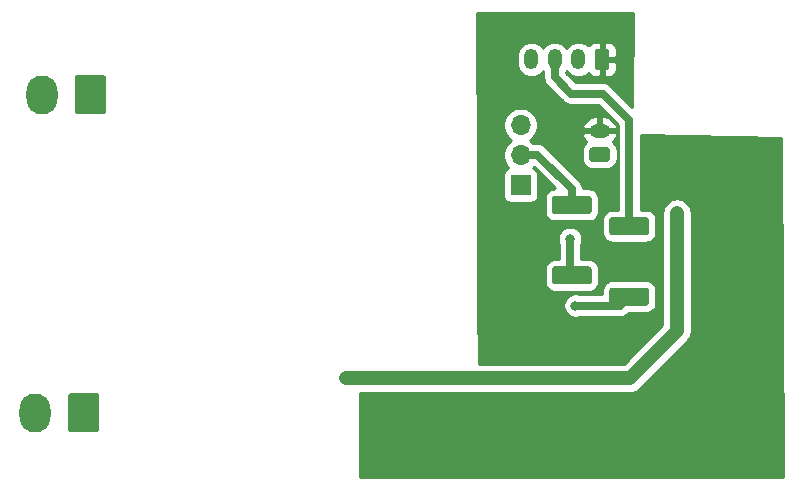
<source format=gbr>
G04 #@! TF.GenerationSoftware,KiCad,Pcbnew,5.1.5-52549c5~84~ubuntu18.04.1*
G04 #@! TF.CreationDate,2020-02-07T13:44:20-05:00*
G04 #@! TF.ProjectId,TSAL,5453414c-2e6b-4696-9361-645f70636258,rev?*
G04 #@! TF.SameCoordinates,Original*
G04 #@! TF.FileFunction,Copper,L2,Bot*
G04 #@! TF.FilePolarity,Positive*
%FSLAX46Y46*%
G04 Gerber Fmt 4.6, Leading zero omitted, Abs format (unit mm)*
G04 Created by KiCad (PCBNEW 5.1.5-52549c5~84~ubuntu18.04.1) date 2020-02-07 13:44:20*
%MOMM*%
%LPD*%
G04 APERTURE LIST*
%ADD10O,1.700000X1.700000*%
%ADD11R,1.700000X1.700000*%
%ADD12C,0.100000*%
%ADD13O,1.200000X1.750000*%
%ADD14O,1.750000X1.200000*%
%ADD15O,2.640000X3.300000*%
%ADD16C,0.800000*%
%ADD17C,0.650000*%
%ADD18C,1.200000*%
%ADD19C,0.254000*%
G04 APERTURE END LIST*
D10*
X156750000Y-96570000D03*
X156750000Y-99110000D03*
D11*
X156750000Y-101650000D03*
G04 #@! TA.AperFunction,SMDPad,CuDef*
D12*
G36*
X167399505Y-110326204D02*
G01*
X167423773Y-110329804D01*
X167447572Y-110335765D01*
X167470671Y-110344030D01*
X167492850Y-110354520D01*
X167513893Y-110367132D01*
X167533599Y-110381747D01*
X167551777Y-110398223D01*
X167568253Y-110416401D01*
X167582868Y-110436107D01*
X167595480Y-110457150D01*
X167605970Y-110479329D01*
X167614235Y-110502428D01*
X167620196Y-110526227D01*
X167623796Y-110550495D01*
X167625000Y-110574999D01*
X167625000Y-111600001D01*
X167623796Y-111624505D01*
X167620196Y-111648773D01*
X167614235Y-111672572D01*
X167605970Y-111695671D01*
X167595480Y-111717850D01*
X167582868Y-111738893D01*
X167568253Y-111758599D01*
X167551777Y-111776777D01*
X167533599Y-111793253D01*
X167513893Y-111807868D01*
X167492850Y-111820480D01*
X167470671Y-111830970D01*
X167447572Y-111839235D01*
X167423773Y-111845196D01*
X167399505Y-111848796D01*
X167375001Y-111850000D01*
X164524999Y-111850000D01*
X164500495Y-111848796D01*
X164476227Y-111845196D01*
X164452428Y-111839235D01*
X164429329Y-111830970D01*
X164407150Y-111820480D01*
X164386107Y-111807868D01*
X164366401Y-111793253D01*
X164348223Y-111776777D01*
X164331747Y-111758599D01*
X164317132Y-111738893D01*
X164304520Y-111717850D01*
X164294030Y-111695671D01*
X164285765Y-111672572D01*
X164279804Y-111648773D01*
X164276204Y-111624505D01*
X164275000Y-111600001D01*
X164275000Y-110574999D01*
X164276204Y-110550495D01*
X164279804Y-110526227D01*
X164285765Y-110502428D01*
X164294030Y-110479329D01*
X164304520Y-110457150D01*
X164317132Y-110436107D01*
X164331747Y-110416401D01*
X164348223Y-110398223D01*
X164366401Y-110381747D01*
X164386107Y-110367132D01*
X164407150Y-110354520D01*
X164429329Y-110344030D01*
X164452428Y-110335765D01*
X164476227Y-110329804D01*
X164500495Y-110326204D01*
X164524999Y-110325000D01*
X167375001Y-110325000D01*
X167399505Y-110326204D01*
G37*
G04 #@! TD.AperFunction*
G04 #@! TA.AperFunction,SMDPad,CuDef*
G36*
X167399505Y-104351204D02*
G01*
X167423773Y-104354804D01*
X167447572Y-104360765D01*
X167470671Y-104369030D01*
X167492850Y-104379520D01*
X167513893Y-104392132D01*
X167533599Y-104406747D01*
X167551777Y-104423223D01*
X167568253Y-104441401D01*
X167582868Y-104461107D01*
X167595480Y-104482150D01*
X167605970Y-104504329D01*
X167614235Y-104527428D01*
X167620196Y-104551227D01*
X167623796Y-104575495D01*
X167625000Y-104599999D01*
X167625000Y-105625001D01*
X167623796Y-105649505D01*
X167620196Y-105673773D01*
X167614235Y-105697572D01*
X167605970Y-105720671D01*
X167595480Y-105742850D01*
X167582868Y-105763893D01*
X167568253Y-105783599D01*
X167551777Y-105801777D01*
X167533599Y-105818253D01*
X167513893Y-105832868D01*
X167492850Y-105845480D01*
X167470671Y-105855970D01*
X167447572Y-105864235D01*
X167423773Y-105870196D01*
X167399505Y-105873796D01*
X167375001Y-105875000D01*
X164524999Y-105875000D01*
X164500495Y-105873796D01*
X164476227Y-105870196D01*
X164452428Y-105864235D01*
X164429329Y-105855970D01*
X164407150Y-105845480D01*
X164386107Y-105832868D01*
X164366401Y-105818253D01*
X164348223Y-105801777D01*
X164331747Y-105783599D01*
X164317132Y-105763893D01*
X164304520Y-105742850D01*
X164294030Y-105720671D01*
X164285765Y-105697572D01*
X164279804Y-105673773D01*
X164276204Y-105649505D01*
X164275000Y-105625001D01*
X164275000Y-104599999D01*
X164276204Y-104575495D01*
X164279804Y-104551227D01*
X164285765Y-104527428D01*
X164294030Y-104504329D01*
X164304520Y-104482150D01*
X164317132Y-104461107D01*
X164331747Y-104441401D01*
X164348223Y-104423223D01*
X164366401Y-104406747D01*
X164386107Y-104392132D01*
X164407150Y-104379520D01*
X164429329Y-104369030D01*
X164452428Y-104360765D01*
X164476227Y-104354804D01*
X164500495Y-104351204D01*
X164524999Y-104350000D01*
X167375001Y-104350000D01*
X167399505Y-104351204D01*
G37*
G04 #@! TD.AperFunction*
G04 #@! TA.AperFunction,SMDPad,CuDef*
G36*
X162549505Y-108526204D02*
G01*
X162573773Y-108529804D01*
X162597572Y-108535765D01*
X162620671Y-108544030D01*
X162642850Y-108554520D01*
X162663893Y-108567132D01*
X162683599Y-108581747D01*
X162701777Y-108598223D01*
X162718253Y-108616401D01*
X162732868Y-108636107D01*
X162745480Y-108657150D01*
X162755970Y-108679329D01*
X162764235Y-108702428D01*
X162770196Y-108726227D01*
X162773796Y-108750495D01*
X162775000Y-108774999D01*
X162775000Y-109800001D01*
X162773796Y-109824505D01*
X162770196Y-109848773D01*
X162764235Y-109872572D01*
X162755970Y-109895671D01*
X162745480Y-109917850D01*
X162732868Y-109938893D01*
X162718253Y-109958599D01*
X162701777Y-109976777D01*
X162683599Y-109993253D01*
X162663893Y-110007868D01*
X162642850Y-110020480D01*
X162620671Y-110030970D01*
X162597572Y-110039235D01*
X162573773Y-110045196D01*
X162549505Y-110048796D01*
X162525001Y-110050000D01*
X159674999Y-110050000D01*
X159650495Y-110048796D01*
X159626227Y-110045196D01*
X159602428Y-110039235D01*
X159579329Y-110030970D01*
X159557150Y-110020480D01*
X159536107Y-110007868D01*
X159516401Y-109993253D01*
X159498223Y-109976777D01*
X159481747Y-109958599D01*
X159467132Y-109938893D01*
X159454520Y-109917850D01*
X159444030Y-109895671D01*
X159435765Y-109872572D01*
X159429804Y-109848773D01*
X159426204Y-109824505D01*
X159425000Y-109800001D01*
X159425000Y-108774999D01*
X159426204Y-108750495D01*
X159429804Y-108726227D01*
X159435765Y-108702428D01*
X159444030Y-108679329D01*
X159454520Y-108657150D01*
X159467132Y-108636107D01*
X159481747Y-108616401D01*
X159498223Y-108598223D01*
X159516401Y-108581747D01*
X159536107Y-108567132D01*
X159557150Y-108554520D01*
X159579329Y-108544030D01*
X159602428Y-108535765D01*
X159626227Y-108529804D01*
X159650495Y-108526204D01*
X159674999Y-108525000D01*
X162525001Y-108525000D01*
X162549505Y-108526204D01*
G37*
G04 #@! TD.AperFunction*
G04 #@! TA.AperFunction,SMDPad,CuDef*
G36*
X162549505Y-102551204D02*
G01*
X162573773Y-102554804D01*
X162597572Y-102560765D01*
X162620671Y-102569030D01*
X162642850Y-102579520D01*
X162663893Y-102592132D01*
X162683599Y-102606747D01*
X162701777Y-102623223D01*
X162718253Y-102641401D01*
X162732868Y-102661107D01*
X162745480Y-102682150D01*
X162755970Y-102704329D01*
X162764235Y-102727428D01*
X162770196Y-102751227D01*
X162773796Y-102775495D01*
X162775000Y-102799999D01*
X162775000Y-103825001D01*
X162773796Y-103849505D01*
X162770196Y-103873773D01*
X162764235Y-103897572D01*
X162755970Y-103920671D01*
X162745480Y-103942850D01*
X162732868Y-103963893D01*
X162718253Y-103983599D01*
X162701777Y-104001777D01*
X162683599Y-104018253D01*
X162663893Y-104032868D01*
X162642850Y-104045480D01*
X162620671Y-104055970D01*
X162597572Y-104064235D01*
X162573773Y-104070196D01*
X162549505Y-104073796D01*
X162525001Y-104075000D01*
X159674999Y-104075000D01*
X159650495Y-104073796D01*
X159626227Y-104070196D01*
X159602428Y-104064235D01*
X159579329Y-104055970D01*
X159557150Y-104045480D01*
X159536107Y-104032868D01*
X159516401Y-104018253D01*
X159498223Y-104001777D01*
X159481747Y-103983599D01*
X159467132Y-103963893D01*
X159454520Y-103942850D01*
X159444030Y-103920671D01*
X159435765Y-103897572D01*
X159429804Y-103873773D01*
X159426204Y-103849505D01*
X159425000Y-103825001D01*
X159425000Y-102799999D01*
X159426204Y-102775495D01*
X159429804Y-102751227D01*
X159435765Y-102727428D01*
X159444030Y-102704329D01*
X159454520Y-102682150D01*
X159467132Y-102661107D01*
X159481747Y-102641401D01*
X159498223Y-102623223D01*
X159516401Y-102606747D01*
X159536107Y-102592132D01*
X159557150Y-102579520D01*
X159579329Y-102569030D01*
X159602428Y-102560765D01*
X159626227Y-102554804D01*
X159650495Y-102551204D01*
X159674999Y-102550000D01*
X162525001Y-102550000D01*
X162549505Y-102551204D01*
G37*
G04 #@! TD.AperFunction*
D13*
X157650000Y-91000000D03*
X159650000Y-91000000D03*
X161650000Y-91000000D03*
G04 #@! TA.AperFunction,ComponentPad*
D12*
G36*
X164024505Y-90126204D02*
G01*
X164048773Y-90129804D01*
X164072572Y-90135765D01*
X164095671Y-90144030D01*
X164117850Y-90154520D01*
X164138893Y-90167132D01*
X164158599Y-90181747D01*
X164176777Y-90198223D01*
X164193253Y-90216401D01*
X164207868Y-90236107D01*
X164220480Y-90257150D01*
X164230970Y-90279329D01*
X164239235Y-90302428D01*
X164245196Y-90326227D01*
X164248796Y-90350495D01*
X164250000Y-90374999D01*
X164250000Y-91625001D01*
X164248796Y-91649505D01*
X164245196Y-91673773D01*
X164239235Y-91697572D01*
X164230970Y-91720671D01*
X164220480Y-91742850D01*
X164207868Y-91763893D01*
X164193253Y-91783599D01*
X164176777Y-91801777D01*
X164158599Y-91818253D01*
X164138893Y-91832868D01*
X164117850Y-91845480D01*
X164095671Y-91855970D01*
X164072572Y-91864235D01*
X164048773Y-91870196D01*
X164024505Y-91873796D01*
X164000001Y-91875000D01*
X163299999Y-91875000D01*
X163275495Y-91873796D01*
X163251227Y-91870196D01*
X163227428Y-91864235D01*
X163204329Y-91855970D01*
X163182150Y-91845480D01*
X163161107Y-91832868D01*
X163141401Y-91818253D01*
X163123223Y-91801777D01*
X163106747Y-91783599D01*
X163092132Y-91763893D01*
X163079520Y-91742850D01*
X163069030Y-91720671D01*
X163060765Y-91697572D01*
X163054804Y-91673773D01*
X163051204Y-91649505D01*
X163050000Y-91625001D01*
X163050000Y-90374999D01*
X163051204Y-90350495D01*
X163054804Y-90326227D01*
X163060765Y-90302428D01*
X163069030Y-90279329D01*
X163079520Y-90257150D01*
X163092132Y-90236107D01*
X163106747Y-90216401D01*
X163123223Y-90198223D01*
X163141401Y-90181747D01*
X163161107Y-90167132D01*
X163182150Y-90154520D01*
X163204329Y-90144030D01*
X163227428Y-90135765D01*
X163251227Y-90129804D01*
X163275495Y-90126204D01*
X163299999Y-90125000D01*
X164000001Y-90125000D01*
X164024505Y-90126204D01*
G37*
G04 #@! TD.AperFunction*
D14*
X163450000Y-97050000D03*
G04 #@! TA.AperFunction,ComponentPad*
D12*
G36*
X164099505Y-98451204D02*
G01*
X164123773Y-98454804D01*
X164147572Y-98460765D01*
X164170671Y-98469030D01*
X164192850Y-98479520D01*
X164213893Y-98492132D01*
X164233599Y-98506747D01*
X164251777Y-98523223D01*
X164268253Y-98541401D01*
X164282868Y-98561107D01*
X164295480Y-98582150D01*
X164305970Y-98604329D01*
X164314235Y-98627428D01*
X164320196Y-98651227D01*
X164323796Y-98675495D01*
X164325000Y-98699999D01*
X164325000Y-99400001D01*
X164323796Y-99424505D01*
X164320196Y-99448773D01*
X164314235Y-99472572D01*
X164305970Y-99495671D01*
X164295480Y-99517850D01*
X164282868Y-99538893D01*
X164268253Y-99558599D01*
X164251777Y-99576777D01*
X164233599Y-99593253D01*
X164213893Y-99607868D01*
X164192850Y-99620480D01*
X164170671Y-99630970D01*
X164147572Y-99639235D01*
X164123773Y-99645196D01*
X164099505Y-99648796D01*
X164075001Y-99650000D01*
X162824999Y-99650000D01*
X162800495Y-99648796D01*
X162776227Y-99645196D01*
X162752428Y-99639235D01*
X162729329Y-99630970D01*
X162707150Y-99620480D01*
X162686107Y-99607868D01*
X162666401Y-99593253D01*
X162648223Y-99576777D01*
X162631747Y-99558599D01*
X162617132Y-99538893D01*
X162604520Y-99517850D01*
X162594030Y-99495671D01*
X162585765Y-99472572D01*
X162579804Y-99448773D01*
X162576204Y-99424505D01*
X162575000Y-99400001D01*
X162575000Y-98699999D01*
X162576204Y-98675495D01*
X162579804Y-98651227D01*
X162585765Y-98627428D01*
X162594030Y-98604329D01*
X162604520Y-98582150D01*
X162617132Y-98561107D01*
X162631747Y-98541401D01*
X162648223Y-98523223D01*
X162666401Y-98506747D01*
X162686107Y-98492132D01*
X162707150Y-98479520D01*
X162729329Y-98469030D01*
X162752428Y-98460765D01*
X162776227Y-98454804D01*
X162800495Y-98451204D01*
X162824999Y-98450000D01*
X164075001Y-98450000D01*
X164099505Y-98451204D01*
G37*
G04 #@! TD.AperFunction*
D15*
X116200000Y-93980000D03*
G04 #@! TA.AperFunction,ComponentPad*
D12*
G36*
X121434504Y-92331204D02*
G01*
X121458773Y-92334804D01*
X121482571Y-92340765D01*
X121505671Y-92349030D01*
X121527849Y-92359520D01*
X121548893Y-92372133D01*
X121568598Y-92386747D01*
X121586777Y-92403223D01*
X121603253Y-92421402D01*
X121617867Y-92441107D01*
X121630480Y-92462151D01*
X121640970Y-92484329D01*
X121649235Y-92507429D01*
X121655196Y-92531227D01*
X121658796Y-92555496D01*
X121660000Y-92580000D01*
X121660000Y-95380000D01*
X121658796Y-95404504D01*
X121655196Y-95428773D01*
X121649235Y-95452571D01*
X121640970Y-95475671D01*
X121630480Y-95497849D01*
X121617867Y-95518893D01*
X121603253Y-95538598D01*
X121586777Y-95556777D01*
X121568598Y-95573253D01*
X121548893Y-95587867D01*
X121527849Y-95600480D01*
X121505671Y-95610970D01*
X121482571Y-95619235D01*
X121458773Y-95625196D01*
X121434504Y-95628796D01*
X121410000Y-95630000D01*
X119270000Y-95630000D01*
X119245496Y-95628796D01*
X119221227Y-95625196D01*
X119197429Y-95619235D01*
X119174329Y-95610970D01*
X119152151Y-95600480D01*
X119131107Y-95587867D01*
X119111402Y-95573253D01*
X119093223Y-95556777D01*
X119076747Y-95538598D01*
X119062133Y-95518893D01*
X119049520Y-95497849D01*
X119039030Y-95475671D01*
X119030765Y-95452571D01*
X119024804Y-95428773D01*
X119021204Y-95404504D01*
X119020000Y-95380000D01*
X119020000Y-92580000D01*
X119021204Y-92555496D01*
X119024804Y-92531227D01*
X119030765Y-92507429D01*
X119039030Y-92484329D01*
X119049520Y-92462151D01*
X119062133Y-92441107D01*
X119076747Y-92421402D01*
X119093223Y-92403223D01*
X119111402Y-92386747D01*
X119131107Y-92372133D01*
X119152151Y-92359520D01*
X119174329Y-92349030D01*
X119197429Y-92340765D01*
X119221227Y-92334804D01*
X119245496Y-92331204D01*
X119270000Y-92330000D01*
X121410000Y-92330000D01*
X121434504Y-92331204D01*
G37*
G04 #@! TD.AperFunction*
D15*
X115621000Y-120904000D03*
G04 #@! TA.AperFunction,ComponentPad*
D12*
G36*
X120855504Y-119255204D02*
G01*
X120879773Y-119258804D01*
X120903571Y-119264765D01*
X120926671Y-119273030D01*
X120948849Y-119283520D01*
X120969893Y-119296133D01*
X120989598Y-119310747D01*
X121007777Y-119327223D01*
X121024253Y-119345402D01*
X121038867Y-119365107D01*
X121051480Y-119386151D01*
X121061970Y-119408329D01*
X121070235Y-119431429D01*
X121076196Y-119455227D01*
X121079796Y-119479496D01*
X121081000Y-119504000D01*
X121081000Y-122304000D01*
X121079796Y-122328504D01*
X121076196Y-122352773D01*
X121070235Y-122376571D01*
X121061970Y-122399671D01*
X121051480Y-122421849D01*
X121038867Y-122442893D01*
X121024253Y-122462598D01*
X121007777Y-122480777D01*
X120989598Y-122497253D01*
X120969893Y-122511867D01*
X120948849Y-122524480D01*
X120926671Y-122534970D01*
X120903571Y-122543235D01*
X120879773Y-122549196D01*
X120855504Y-122552796D01*
X120831000Y-122554000D01*
X118691000Y-122554000D01*
X118666496Y-122552796D01*
X118642227Y-122549196D01*
X118618429Y-122543235D01*
X118595329Y-122534970D01*
X118573151Y-122524480D01*
X118552107Y-122511867D01*
X118532402Y-122497253D01*
X118514223Y-122480777D01*
X118497747Y-122462598D01*
X118483133Y-122442893D01*
X118470520Y-122421849D01*
X118460030Y-122399671D01*
X118451765Y-122376571D01*
X118445804Y-122352773D01*
X118442204Y-122328504D01*
X118441000Y-122304000D01*
X118441000Y-119504000D01*
X118442204Y-119479496D01*
X118445804Y-119455227D01*
X118451765Y-119431429D01*
X118460030Y-119408329D01*
X118470520Y-119386151D01*
X118483133Y-119365107D01*
X118497747Y-119345402D01*
X118514223Y-119327223D01*
X118532402Y-119310747D01*
X118552107Y-119296133D01*
X118573151Y-119283520D01*
X118595329Y-119273030D01*
X118618429Y-119264765D01*
X118642227Y-119258804D01*
X118666496Y-119255204D01*
X118691000Y-119254000D01*
X120831000Y-119254000D01*
X120855504Y-119255204D01*
G37*
G04 #@! TD.AperFunction*
D16*
X154600000Y-119800000D03*
X174000000Y-124000000D03*
X173800000Y-111400000D03*
X173400000Y-104000000D03*
X173800000Y-117200000D03*
X154600000Y-123400000D03*
X158600000Y-109975000D03*
X166300000Y-113500000D03*
X142000000Y-118000000D03*
X158000000Y-118000000D03*
X170000000Y-104000000D03*
X160950000Y-106200000D03*
X161400000Y-111850000D03*
D17*
X165950000Y-105112500D02*
X165950000Y-96150000D01*
X165950000Y-96150000D02*
X163700000Y-93900000D01*
X159650000Y-92525000D02*
X159650000Y-91000000D01*
X161025000Y-93900000D02*
X159650000Y-92525000D01*
X163700000Y-93900000D02*
X161025000Y-93900000D01*
D18*
X142000000Y-118000000D02*
X158000000Y-118000000D01*
X158000000Y-118000000D02*
X166000000Y-118000000D01*
X166000000Y-118000000D02*
X170000000Y-114000000D01*
X170000000Y-114000000D02*
X170000000Y-104000000D01*
D17*
X161100000Y-101975000D02*
X158175000Y-99050000D01*
X158175000Y-99050000D02*
X156650000Y-99050000D01*
X161100000Y-103312500D02*
X161100000Y-101975000D01*
X160950000Y-109137500D02*
X161100000Y-109287500D01*
X160950000Y-106200000D02*
X160950000Y-109137500D01*
X165187500Y-111850000D02*
X165950000Y-111087500D01*
X161400000Y-111850000D02*
X165187500Y-111850000D01*
D19*
G36*
X166173011Y-94548329D02*
G01*
X166173021Y-94552309D01*
X166181596Y-95023952D01*
X164412175Y-93254531D01*
X164382107Y-93217893D01*
X164235928Y-93097927D01*
X164069154Y-93008784D01*
X163888193Y-92953890D01*
X163747162Y-92940000D01*
X163747152Y-92940000D01*
X163700000Y-92935356D01*
X163652848Y-92940000D01*
X161422645Y-92940000D01*
X160610000Y-92127356D01*
X160610000Y-92051978D01*
X160650000Y-92003237D01*
X160772498Y-92152502D01*
X160960551Y-92306833D01*
X161175099Y-92421511D01*
X161407898Y-92492130D01*
X161650000Y-92515975D01*
X161892101Y-92492130D01*
X162124900Y-92421511D01*
X162339448Y-92306833D01*
X162493309Y-92180564D01*
X162519463Y-92229494D01*
X162598815Y-92326185D01*
X162695506Y-92405537D01*
X162805820Y-92464502D01*
X162925518Y-92500812D01*
X163050000Y-92513072D01*
X163364250Y-92510000D01*
X163523000Y-92351250D01*
X163523000Y-91127000D01*
X163777000Y-91127000D01*
X163777000Y-92351250D01*
X163935750Y-92510000D01*
X164250000Y-92513072D01*
X164374482Y-92500812D01*
X164494180Y-92464502D01*
X164604494Y-92405537D01*
X164701185Y-92326185D01*
X164780537Y-92229494D01*
X164839502Y-92119180D01*
X164875812Y-91999482D01*
X164888072Y-91875000D01*
X164885000Y-91285750D01*
X164726250Y-91127000D01*
X163777000Y-91127000D01*
X163523000Y-91127000D01*
X163503000Y-91127000D01*
X163503000Y-90873000D01*
X163523000Y-90873000D01*
X163523000Y-89648750D01*
X163777000Y-89648750D01*
X163777000Y-90873000D01*
X164726250Y-90873000D01*
X164885000Y-90714250D01*
X164888072Y-90125000D01*
X164875812Y-90000518D01*
X164839502Y-89880820D01*
X164780537Y-89770506D01*
X164701185Y-89673815D01*
X164604494Y-89594463D01*
X164494180Y-89535498D01*
X164374482Y-89499188D01*
X164250000Y-89486928D01*
X163935750Y-89490000D01*
X163777000Y-89648750D01*
X163523000Y-89648750D01*
X163364250Y-89490000D01*
X163050000Y-89486928D01*
X162925518Y-89499188D01*
X162805820Y-89535498D01*
X162695506Y-89594463D01*
X162598815Y-89673815D01*
X162519463Y-89770506D01*
X162493309Y-89819436D01*
X162339449Y-89693167D01*
X162124901Y-89578489D01*
X161892102Y-89507870D01*
X161650000Y-89484025D01*
X161407899Y-89507870D01*
X161175100Y-89578489D01*
X160960552Y-89693167D01*
X160772499Y-89847498D01*
X160650001Y-89996763D01*
X160527502Y-89847498D01*
X160339449Y-89693167D01*
X160124901Y-89578489D01*
X159892102Y-89507870D01*
X159650000Y-89484025D01*
X159407899Y-89507870D01*
X159175100Y-89578489D01*
X158960552Y-89693167D01*
X158772499Y-89847498D01*
X158650001Y-89996763D01*
X158527502Y-89847498D01*
X158339449Y-89693167D01*
X158124901Y-89578489D01*
X157892102Y-89507870D01*
X157650000Y-89484025D01*
X157407899Y-89507870D01*
X157175100Y-89578489D01*
X156960552Y-89693167D01*
X156772499Y-89847498D01*
X156618168Y-90035551D01*
X156503489Y-90250099D01*
X156432870Y-90482898D01*
X156415000Y-90664335D01*
X156415000Y-91335664D01*
X156432870Y-91517101D01*
X156503489Y-91749900D01*
X156618167Y-91964448D01*
X156772498Y-92152502D01*
X156960551Y-92306833D01*
X157175099Y-92421511D01*
X157407898Y-92492130D01*
X157650000Y-92515975D01*
X157892101Y-92492130D01*
X158124900Y-92421511D01*
X158339448Y-92306833D01*
X158527502Y-92152502D01*
X158650000Y-92003237D01*
X158690000Y-92051978D01*
X158690000Y-92477847D01*
X158685356Y-92525000D01*
X158690000Y-92572152D01*
X158690000Y-92572161D01*
X158703890Y-92713192D01*
X158758784Y-92894153D01*
X158847927Y-93060928D01*
X158967893Y-93207107D01*
X159004531Y-93237175D01*
X160312828Y-94545473D01*
X160342893Y-94582107D01*
X160379526Y-94612171D01*
X160489071Y-94702073D01*
X160655846Y-94791216D01*
X160836807Y-94846110D01*
X160977838Y-94860000D01*
X160977840Y-94860000D01*
X161025000Y-94864645D01*
X161072160Y-94860000D01*
X163302356Y-94860000D01*
X164990001Y-96547646D01*
X164990000Y-103711928D01*
X164524999Y-103711928D01*
X164351745Y-103728992D01*
X164185149Y-103779528D01*
X164031613Y-103861595D01*
X163897038Y-103972038D01*
X163786595Y-104106613D01*
X163704528Y-104260149D01*
X163653992Y-104426745D01*
X163636928Y-104599999D01*
X163636928Y-105625001D01*
X163653992Y-105798255D01*
X163704528Y-105964851D01*
X163786595Y-106118387D01*
X163897038Y-106252962D01*
X164031613Y-106363405D01*
X164185149Y-106445472D01*
X164351745Y-106496008D01*
X164524999Y-106513072D01*
X167375001Y-106513072D01*
X167548255Y-106496008D01*
X167714851Y-106445472D01*
X167868387Y-106363405D01*
X168002962Y-106252962D01*
X168113405Y-106118387D01*
X168195472Y-105964851D01*
X168246008Y-105798255D01*
X168263072Y-105625001D01*
X168263072Y-104599999D01*
X168246008Y-104426745D01*
X168195472Y-104260149D01*
X168113405Y-104106613D01*
X168002962Y-103972038D01*
X167868387Y-103861595D01*
X167714851Y-103779528D01*
X167548255Y-103728992D01*
X167375001Y-103711928D01*
X166910000Y-103711928D01*
X166910000Y-97438136D01*
X178823634Y-97674518D01*
X178969887Y-126340000D01*
X143173701Y-126340000D01*
X143138176Y-119235000D01*
X165939335Y-119235000D01*
X166000000Y-119240975D01*
X166060665Y-119235000D01*
X166242102Y-119217130D01*
X166474901Y-119146511D01*
X166689449Y-119031833D01*
X166877502Y-118877502D01*
X166916178Y-118830375D01*
X170830381Y-114916173D01*
X170877502Y-114877502D01*
X171031833Y-114689449D01*
X171146511Y-114474901D01*
X171217130Y-114242102D01*
X171235000Y-114060665D01*
X171235000Y-114060664D01*
X171240975Y-114000001D01*
X171235000Y-113939338D01*
X171235000Y-103939335D01*
X171217130Y-103757898D01*
X171146511Y-103525099D01*
X171031833Y-103310551D01*
X170877502Y-103122498D01*
X170689449Y-102968167D01*
X170474901Y-102853489D01*
X170242102Y-102782870D01*
X170000000Y-102759025D01*
X169757899Y-102782870D01*
X169525100Y-102853489D01*
X169310552Y-102968167D01*
X169122499Y-103122498D01*
X168968168Y-103310551D01*
X168853490Y-103525099D01*
X168782871Y-103757898D01*
X168765001Y-103939335D01*
X168765000Y-113488446D01*
X165488447Y-116765000D01*
X153225769Y-116765000D01*
X153192324Y-111748061D01*
X160365000Y-111748061D01*
X160365000Y-111951939D01*
X160404774Y-112151898D01*
X160482795Y-112340256D01*
X160596063Y-112509774D01*
X160740226Y-112653937D01*
X160909744Y-112767205D01*
X161098102Y-112845226D01*
X161298061Y-112885000D01*
X161501939Y-112885000D01*
X161701898Y-112845226D01*
X161786940Y-112810000D01*
X165140348Y-112810000D01*
X165187500Y-112814644D01*
X165234652Y-112810000D01*
X165234662Y-112810000D01*
X165375693Y-112796110D01*
X165556654Y-112741216D01*
X165723428Y-112652073D01*
X165869607Y-112532107D01*
X165899675Y-112495469D01*
X165907072Y-112488072D01*
X167375001Y-112488072D01*
X167548255Y-112471008D01*
X167714851Y-112420472D01*
X167868387Y-112338405D01*
X168002962Y-112227962D01*
X168113405Y-112093387D01*
X168195472Y-111939851D01*
X168246008Y-111773255D01*
X168263072Y-111600001D01*
X168263072Y-110574999D01*
X168246008Y-110401745D01*
X168195472Y-110235149D01*
X168113405Y-110081613D01*
X168002962Y-109947038D01*
X167868387Y-109836595D01*
X167714851Y-109754528D01*
X167548255Y-109703992D01*
X167375001Y-109686928D01*
X164524999Y-109686928D01*
X164351745Y-109703992D01*
X164185149Y-109754528D01*
X164031613Y-109836595D01*
X163897038Y-109947038D01*
X163786595Y-110081613D01*
X163704528Y-110235149D01*
X163653992Y-110401745D01*
X163636928Y-110574999D01*
X163636928Y-110890000D01*
X161786940Y-110890000D01*
X161701898Y-110854774D01*
X161501939Y-110815000D01*
X161298061Y-110815000D01*
X161098102Y-110854774D01*
X160909744Y-110932795D01*
X160740226Y-111046063D01*
X160596063Y-111190226D01*
X160482795Y-111359744D01*
X160404774Y-111548102D01*
X160365000Y-111748061D01*
X153192324Y-111748061D01*
X153172503Y-108774999D01*
X158786928Y-108774999D01*
X158786928Y-109800001D01*
X158803992Y-109973255D01*
X158854528Y-110139851D01*
X158936595Y-110293387D01*
X159047038Y-110427962D01*
X159181613Y-110538405D01*
X159335149Y-110620472D01*
X159501745Y-110671008D01*
X159674999Y-110688072D01*
X162525001Y-110688072D01*
X162698255Y-110671008D01*
X162864851Y-110620472D01*
X163018387Y-110538405D01*
X163152962Y-110427962D01*
X163263405Y-110293387D01*
X163345472Y-110139851D01*
X163396008Y-109973255D01*
X163413072Y-109800001D01*
X163413072Y-108774999D01*
X163396008Y-108601745D01*
X163345472Y-108435149D01*
X163263405Y-108281613D01*
X163152962Y-108147038D01*
X163018387Y-108036595D01*
X162864851Y-107954528D01*
X162698255Y-107903992D01*
X162525001Y-107886928D01*
X161910000Y-107886928D01*
X161910000Y-106586940D01*
X161945226Y-106501898D01*
X161985000Y-106301939D01*
X161985000Y-106098061D01*
X161945226Y-105898102D01*
X161867205Y-105709744D01*
X161753937Y-105540226D01*
X161609774Y-105396063D01*
X161440256Y-105282795D01*
X161251898Y-105204774D01*
X161051939Y-105165000D01*
X160848061Y-105165000D01*
X160648102Y-105204774D01*
X160459744Y-105282795D01*
X160290226Y-105396063D01*
X160146063Y-105540226D01*
X160032795Y-105709744D01*
X159954774Y-105898102D01*
X159915000Y-106098061D01*
X159915000Y-106301939D01*
X159954774Y-106501898D01*
X159990000Y-106586941D01*
X159990001Y-107886928D01*
X159674999Y-107886928D01*
X159501745Y-107903992D01*
X159335149Y-107954528D01*
X159181613Y-108036595D01*
X159047038Y-108147038D01*
X158936595Y-108281613D01*
X158854528Y-108435149D01*
X158803992Y-108601745D01*
X158786928Y-108774999D01*
X153172503Y-108774999D01*
X153119336Y-100800000D01*
X155261928Y-100800000D01*
X155261928Y-102500000D01*
X155274188Y-102624482D01*
X155310498Y-102744180D01*
X155369463Y-102854494D01*
X155448815Y-102951185D01*
X155545506Y-103030537D01*
X155655820Y-103089502D01*
X155775518Y-103125812D01*
X155900000Y-103138072D01*
X157600000Y-103138072D01*
X157724482Y-103125812D01*
X157844180Y-103089502D01*
X157954494Y-103030537D01*
X158051185Y-102951185D01*
X158130537Y-102854494D01*
X158189502Y-102744180D01*
X158225812Y-102624482D01*
X158238072Y-102500000D01*
X158238072Y-100800000D01*
X158225812Y-100675518D01*
X158189502Y-100555820D01*
X158130537Y-100445506D01*
X158051185Y-100348815D01*
X157954494Y-100269463D01*
X157844180Y-100210498D01*
X157771620Y-100188487D01*
X157863731Y-100096376D01*
X159679283Y-101911928D01*
X159674999Y-101911928D01*
X159501745Y-101928992D01*
X159335149Y-101979528D01*
X159181613Y-102061595D01*
X159047038Y-102172038D01*
X158936595Y-102306613D01*
X158854528Y-102460149D01*
X158803992Y-102626745D01*
X158786928Y-102799999D01*
X158786928Y-103825001D01*
X158803992Y-103998255D01*
X158854528Y-104164851D01*
X158936595Y-104318387D01*
X159047038Y-104452962D01*
X159181613Y-104563405D01*
X159335149Y-104645472D01*
X159501745Y-104696008D01*
X159674999Y-104713072D01*
X162525001Y-104713072D01*
X162698255Y-104696008D01*
X162864851Y-104645472D01*
X163018387Y-104563405D01*
X163152962Y-104452962D01*
X163263405Y-104318387D01*
X163345472Y-104164851D01*
X163396008Y-103998255D01*
X163413072Y-103825001D01*
X163413072Y-102799999D01*
X163396008Y-102626745D01*
X163345472Y-102460149D01*
X163263405Y-102306613D01*
X163152962Y-102172038D01*
X163018387Y-102061595D01*
X162864851Y-101979528D01*
X162698255Y-101928992D01*
X162525001Y-101911928D01*
X162058433Y-101911928D01*
X162046110Y-101786807D01*
X161991216Y-101605846D01*
X161902073Y-101439071D01*
X161812171Y-101329526D01*
X161782107Y-101292893D01*
X161745474Y-101262829D01*
X159182644Y-98699999D01*
X161936928Y-98699999D01*
X161936928Y-99400001D01*
X161953992Y-99573255D01*
X162004528Y-99739851D01*
X162086595Y-99893387D01*
X162197038Y-100027962D01*
X162331613Y-100138405D01*
X162485149Y-100220472D01*
X162651745Y-100271008D01*
X162824999Y-100288072D01*
X164075001Y-100288072D01*
X164248255Y-100271008D01*
X164414851Y-100220472D01*
X164568387Y-100138405D01*
X164702962Y-100027962D01*
X164813405Y-99893387D01*
X164895472Y-99739851D01*
X164946008Y-99573255D01*
X164963072Y-99400001D01*
X164963072Y-98699999D01*
X164946008Y-98526745D01*
X164895472Y-98360149D01*
X164813405Y-98206613D01*
X164702962Y-98072038D01*
X164568387Y-97961595D01*
X164563594Y-97959033D01*
X164688078Y-97833474D01*
X164822421Y-97630533D01*
X164914591Y-97405282D01*
X164918462Y-97367609D01*
X164793731Y-97177000D01*
X163577000Y-97177000D01*
X163577000Y-97197000D01*
X163323000Y-97197000D01*
X163323000Y-97177000D01*
X162106269Y-97177000D01*
X161981538Y-97367609D01*
X161985409Y-97405282D01*
X162077579Y-97630533D01*
X162211922Y-97833474D01*
X162336406Y-97959033D01*
X162331613Y-97961595D01*
X162197038Y-98072038D01*
X162086595Y-98206613D01*
X162004528Y-98360149D01*
X161953992Y-98526745D01*
X161936928Y-98699999D01*
X159182644Y-98699999D01*
X158887175Y-98404531D01*
X158857107Y-98367893D01*
X158710928Y-98247927D01*
X158544154Y-98158784D01*
X158363193Y-98103890D01*
X158222162Y-98090000D01*
X158222152Y-98090000D01*
X158175000Y-98085356D01*
X158127848Y-98090000D01*
X157830107Y-98090000D01*
X157696632Y-97956525D01*
X157522240Y-97840000D01*
X157696632Y-97723475D01*
X157903475Y-97516632D01*
X158065990Y-97273411D01*
X158177932Y-97003158D01*
X158231791Y-96732391D01*
X161981538Y-96732391D01*
X162106269Y-96923000D01*
X163323000Y-96923000D01*
X163323000Y-95815000D01*
X163577000Y-95815000D01*
X163577000Y-96923000D01*
X164793731Y-96923000D01*
X164918462Y-96732391D01*
X164914591Y-96694718D01*
X164822421Y-96469467D01*
X164688078Y-96266526D01*
X164516725Y-96093693D01*
X164314946Y-95957610D01*
X164090496Y-95863507D01*
X163852000Y-95815000D01*
X163577000Y-95815000D01*
X163323000Y-95815000D01*
X163048000Y-95815000D01*
X162809504Y-95863507D01*
X162585054Y-95957610D01*
X162383275Y-96093693D01*
X162211922Y-96266526D01*
X162077579Y-96469467D01*
X161985409Y-96694718D01*
X161981538Y-96732391D01*
X158231791Y-96732391D01*
X158235000Y-96716260D01*
X158235000Y-96423740D01*
X158177932Y-96136842D01*
X158065990Y-95866589D01*
X157903475Y-95623368D01*
X157696632Y-95416525D01*
X157453411Y-95254010D01*
X157183158Y-95142068D01*
X156896260Y-95085000D01*
X156603740Y-95085000D01*
X156316842Y-95142068D01*
X156046589Y-95254010D01*
X155803368Y-95416525D01*
X155596525Y-95623368D01*
X155434010Y-95866589D01*
X155322068Y-96136842D01*
X155265000Y-96423740D01*
X155265000Y-96716260D01*
X155322068Y-97003158D01*
X155434010Y-97273411D01*
X155596525Y-97516632D01*
X155803368Y-97723475D01*
X155977760Y-97840000D01*
X155803368Y-97956525D01*
X155596525Y-98163368D01*
X155434010Y-98406589D01*
X155322068Y-98676842D01*
X155265000Y-98963740D01*
X155265000Y-99256260D01*
X155322068Y-99543158D01*
X155434010Y-99813411D01*
X155596525Y-100056632D01*
X155728380Y-100188487D01*
X155655820Y-100210498D01*
X155545506Y-100269463D01*
X155448815Y-100348815D01*
X155369463Y-100445506D01*
X155310498Y-100555820D01*
X155274188Y-100675518D01*
X155261928Y-100800000D01*
X153119336Y-100800000D01*
X153027849Y-87077000D01*
X166271318Y-87077000D01*
X166173011Y-94548329D01*
G37*
X166173011Y-94548329D02*
X166173021Y-94552309D01*
X166181596Y-95023952D01*
X164412175Y-93254531D01*
X164382107Y-93217893D01*
X164235928Y-93097927D01*
X164069154Y-93008784D01*
X163888193Y-92953890D01*
X163747162Y-92940000D01*
X163747152Y-92940000D01*
X163700000Y-92935356D01*
X163652848Y-92940000D01*
X161422645Y-92940000D01*
X160610000Y-92127356D01*
X160610000Y-92051978D01*
X160650000Y-92003237D01*
X160772498Y-92152502D01*
X160960551Y-92306833D01*
X161175099Y-92421511D01*
X161407898Y-92492130D01*
X161650000Y-92515975D01*
X161892101Y-92492130D01*
X162124900Y-92421511D01*
X162339448Y-92306833D01*
X162493309Y-92180564D01*
X162519463Y-92229494D01*
X162598815Y-92326185D01*
X162695506Y-92405537D01*
X162805820Y-92464502D01*
X162925518Y-92500812D01*
X163050000Y-92513072D01*
X163364250Y-92510000D01*
X163523000Y-92351250D01*
X163523000Y-91127000D01*
X163777000Y-91127000D01*
X163777000Y-92351250D01*
X163935750Y-92510000D01*
X164250000Y-92513072D01*
X164374482Y-92500812D01*
X164494180Y-92464502D01*
X164604494Y-92405537D01*
X164701185Y-92326185D01*
X164780537Y-92229494D01*
X164839502Y-92119180D01*
X164875812Y-91999482D01*
X164888072Y-91875000D01*
X164885000Y-91285750D01*
X164726250Y-91127000D01*
X163777000Y-91127000D01*
X163523000Y-91127000D01*
X163503000Y-91127000D01*
X163503000Y-90873000D01*
X163523000Y-90873000D01*
X163523000Y-89648750D01*
X163777000Y-89648750D01*
X163777000Y-90873000D01*
X164726250Y-90873000D01*
X164885000Y-90714250D01*
X164888072Y-90125000D01*
X164875812Y-90000518D01*
X164839502Y-89880820D01*
X164780537Y-89770506D01*
X164701185Y-89673815D01*
X164604494Y-89594463D01*
X164494180Y-89535498D01*
X164374482Y-89499188D01*
X164250000Y-89486928D01*
X163935750Y-89490000D01*
X163777000Y-89648750D01*
X163523000Y-89648750D01*
X163364250Y-89490000D01*
X163050000Y-89486928D01*
X162925518Y-89499188D01*
X162805820Y-89535498D01*
X162695506Y-89594463D01*
X162598815Y-89673815D01*
X162519463Y-89770506D01*
X162493309Y-89819436D01*
X162339449Y-89693167D01*
X162124901Y-89578489D01*
X161892102Y-89507870D01*
X161650000Y-89484025D01*
X161407899Y-89507870D01*
X161175100Y-89578489D01*
X160960552Y-89693167D01*
X160772499Y-89847498D01*
X160650001Y-89996763D01*
X160527502Y-89847498D01*
X160339449Y-89693167D01*
X160124901Y-89578489D01*
X159892102Y-89507870D01*
X159650000Y-89484025D01*
X159407899Y-89507870D01*
X159175100Y-89578489D01*
X158960552Y-89693167D01*
X158772499Y-89847498D01*
X158650001Y-89996763D01*
X158527502Y-89847498D01*
X158339449Y-89693167D01*
X158124901Y-89578489D01*
X157892102Y-89507870D01*
X157650000Y-89484025D01*
X157407899Y-89507870D01*
X157175100Y-89578489D01*
X156960552Y-89693167D01*
X156772499Y-89847498D01*
X156618168Y-90035551D01*
X156503489Y-90250099D01*
X156432870Y-90482898D01*
X156415000Y-90664335D01*
X156415000Y-91335664D01*
X156432870Y-91517101D01*
X156503489Y-91749900D01*
X156618167Y-91964448D01*
X156772498Y-92152502D01*
X156960551Y-92306833D01*
X157175099Y-92421511D01*
X157407898Y-92492130D01*
X157650000Y-92515975D01*
X157892101Y-92492130D01*
X158124900Y-92421511D01*
X158339448Y-92306833D01*
X158527502Y-92152502D01*
X158650000Y-92003237D01*
X158690000Y-92051978D01*
X158690000Y-92477847D01*
X158685356Y-92525000D01*
X158690000Y-92572152D01*
X158690000Y-92572161D01*
X158703890Y-92713192D01*
X158758784Y-92894153D01*
X158847927Y-93060928D01*
X158967893Y-93207107D01*
X159004531Y-93237175D01*
X160312828Y-94545473D01*
X160342893Y-94582107D01*
X160379526Y-94612171D01*
X160489071Y-94702073D01*
X160655846Y-94791216D01*
X160836807Y-94846110D01*
X160977838Y-94860000D01*
X160977840Y-94860000D01*
X161025000Y-94864645D01*
X161072160Y-94860000D01*
X163302356Y-94860000D01*
X164990001Y-96547646D01*
X164990000Y-103711928D01*
X164524999Y-103711928D01*
X164351745Y-103728992D01*
X164185149Y-103779528D01*
X164031613Y-103861595D01*
X163897038Y-103972038D01*
X163786595Y-104106613D01*
X163704528Y-104260149D01*
X163653992Y-104426745D01*
X163636928Y-104599999D01*
X163636928Y-105625001D01*
X163653992Y-105798255D01*
X163704528Y-105964851D01*
X163786595Y-106118387D01*
X163897038Y-106252962D01*
X164031613Y-106363405D01*
X164185149Y-106445472D01*
X164351745Y-106496008D01*
X164524999Y-106513072D01*
X167375001Y-106513072D01*
X167548255Y-106496008D01*
X167714851Y-106445472D01*
X167868387Y-106363405D01*
X168002962Y-106252962D01*
X168113405Y-106118387D01*
X168195472Y-105964851D01*
X168246008Y-105798255D01*
X168263072Y-105625001D01*
X168263072Y-104599999D01*
X168246008Y-104426745D01*
X168195472Y-104260149D01*
X168113405Y-104106613D01*
X168002962Y-103972038D01*
X167868387Y-103861595D01*
X167714851Y-103779528D01*
X167548255Y-103728992D01*
X167375001Y-103711928D01*
X166910000Y-103711928D01*
X166910000Y-97438136D01*
X178823634Y-97674518D01*
X178969887Y-126340000D01*
X143173701Y-126340000D01*
X143138176Y-119235000D01*
X165939335Y-119235000D01*
X166000000Y-119240975D01*
X166060665Y-119235000D01*
X166242102Y-119217130D01*
X166474901Y-119146511D01*
X166689449Y-119031833D01*
X166877502Y-118877502D01*
X166916178Y-118830375D01*
X170830381Y-114916173D01*
X170877502Y-114877502D01*
X171031833Y-114689449D01*
X171146511Y-114474901D01*
X171217130Y-114242102D01*
X171235000Y-114060665D01*
X171235000Y-114060664D01*
X171240975Y-114000001D01*
X171235000Y-113939338D01*
X171235000Y-103939335D01*
X171217130Y-103757898D01*
X171146511Y-103525099D01*
X171031833Y-103310551D01*
X170877502Y-103122498D01*
X170689449Y-102968167D01*
X170474901Y-102853489D01*
X170242102Y-102782870D01*
X170000000Y-102759025D01*
X169757899Y-102782870D01*
X169525100Y-102853489D01*
X169310552Y-102968167D01*
X169122499Y-103122498D01*
X168968168Y-103310551D01*
X168853490Y-103525099D01*
X168782871Y-103757898D01*
X168765001Y-103939335D01*
X168765000Y-113488446D01*
X165488447Y-116765000D01*
X153225769Y-116765000D01*
X153192324Y-111748061D01*
X160365000Y-111748061D01*
X160365000Y-111951939D01*
X160404774Y-112151898D01*
X160482795Y-112340256D01*
X160596063Y-112509774D01*
X160740226Y-112653937D01*
X160909744Y-112767205D01*
X161098102Y-112845226D01*
X161298061Y-112885000D01*
X161501939Y-112885000D01*
X161701898Y-112845226D01*
X161786940Y-112810000D01*
X165140348Y-112810000D01*
X165187500Y-112814644D01*
X165234652Y-112810000D01*
X165234662Y-112810000D01*
X165375693Y-112796110D01*
X165556654Y-112741216D01*
X165723428Y-112652073D01*
X165869607Y-112532107D01*
X165899675Y-112495469D01*
X165907072Y-112488072D01*
X167375001Y-112488072D01*
X167548255Y-112471008D01*
X167714851Y-112420472D01*
X167868387Y-112338405D01*
X168002962Y-112227962D01*
X168113405Y-112093387D01*
X168195472Y-111939851D01*
X168246008Y-111773255D01*
X168263072Y-111600001D01*
X168263072Y-110574999D01*
X168246008Y-110401745D01*
X168195472Y-110235149D01*
X168113405Y-110081613D01*
X168002962Y-109947038D01*
X167868387Y-109836595D01*
X167714851Y-109754528D01*
X167548255Y-109703992D01*
X167375001Y-109686928D01*
X164524999Y-109686928D01*
X164351745Y-109703992D01*
X164185149Y-109754528D01*
X164031613Y-109836595D01*
X163897038Y-109947038D01*
X163786595Y-110081613D01*
X163704528Y-110235149D01*
X163653992Y-110401745D01*
X163636928Y-110574999D01*
X163636928Y-110890000D01*
X161786940Y-110890000D01*
X161701898Y-110854774D01*
X161501939Y-110815000D01*
X161298061Y-110815000D01*
X161098102Y-110854774D01*
X160909744Y-110932795D01*
X160740226Y-111046063D01*
X160596063Y-111190226D01*
X160482795Y-111359744D01*
X160404774Y-111548102D01*
X160365000Y-111748061D01*
X153192324Y-111748061D01*
X153172503Y-108774999D01*
X158786928Y-108774999D01*
X158786928Y-109800001D01*
X158803992Y-109973255D01*
X158854528Y-110139851D01*
X158936595Y-110293387D01*
X159047038Y-110427962D01*
X159181613Y-110538405D01*
X159335149Y-110620472D01*
X159501745Y-110671008D01*
X159674999Y-110688072D01*
X162525001Y-110688072D01*
X162698255Y-110671008D01*
X162864851Y-110620472D01*
X163018387Y-110538405D01*
X163152962Y-110427962D01*
X163263405Y-110293387D01*
X163345472Y-110139851D01*
X163396008Y-109973255D01*
X163413072Y-109800001D01*
X163413072Y-108774999D01*
X163396008Y-108601745D01*
X163345472Y-108435149D01*
X163263405Y-108281613D01*
X163152962Y-108147038D01*
X163018387Y-108036595D01*
X162864851Y-107954528D01*
X162698255Y-107903992D01*
X162525001Y-107886928D01*
X161910000Y-107886928D01*
X161910000Y-106586940D01*
X161945226Y-106501898D01*
X161985000Y-106301939D01*
X161985000Y-106098061D01*
X161945226Y-105898102D01*
X161867205Y-105709744D01*
X161753937Y-105540226D01*
X161609774Y-105396063D01*
X161440256Y-105282795D01*
X161251898Y-105204774D01*
X161051939Y-105165000D01*
X160848061Y-105165000D01*
X160648102Y-105204774D01*
X160459744Y-105282795D01*
X160290226Y-105396063D01*
X160146063Y-105540226D01*
X160032795Y-105709744D01*
X159954774Y-105898102D01*
X159915000Y-106098061D01*
X159915000Y-106301939D01*
X159954774Y-106501898D01*
X159990000Y-106586941D01*
X159990001Y-107886928D01*
X159674999Y-107886928D01*
X159501745Y-107903992D01*
X159335149Y-107954528D01*
X159181613Y-108036595D01*
X159047038Y-108147038D01*
X158936595Y-108281613D01*
X158854528Y-108435149D01*
X158803992Y-108601745D01*
X158786928Y-108774999D01*
X153172503Y-108774999D01*
X153119336Y-100800000D01*
X155261928Y-100800000D01*
X155261928Y-102500000D01*
X155274188Y-102624482D01*
X155310498Y-102744180D01*
X155369463Y-102854494D01*
X155448815Y-102951185D01*
X155545506Y-103030537D01*
X155655820Y-103089502D01*
X155775518Y-103125812D01*
X155900000Y-103138072D01*
X157600000Y-103138072D01*
X157724482Y-103125812D01*
X157844180Y-103089502D01*
X157954494Y-103030537D01*
X158051185Y-102951185D01*
X158130537Y-102854494D01*
X158189502Y-102744180D01*
X158225812Y-102624482D01*
X158238072Y-102500000D01*
X158238072Y-100800000D01*
X158225812Y-100675518D01*
X158189502Y-100555820D01*
X158130537Y-100445506D01*
X158051185Y-100348815D01*
X157954494Y-100269463D01*
X157844180Y-100210498D01*
X157771620Y-100188487D01*
X157863731Y-100096376D01*
X159679283Y-101911928D01*
X159674999Y-101911928D01*
X159501745Y-101928992D01*
X159335149Y-101979528D01*
X159181613Y-102061595D01*
X159047038Y-102172038D01*
X158936595Y-102306613D01*
X158854528Y-102460149D01*
X158803992Y-102626745D01*
X158786928Y-102799999D01*
X158786928Y-103825001D01*
X158803992Y-103998255D01*
X158854528Y-104164851D01*
X158936595Y-104318387D01*
X159047038Y-104452962D01*
X159181613Y-104563405D01*
X159335149Y-104645472D01*
X159501745Y-104696008D01*
X159674999Y-104713072D01*
X162525001Y-104713072D01*
X162698255Y-104696008D01*
X162864851Y-104645472D01*
X163018387Y-104563405D01*
X163152962Y-104452962D01*
X163263405Y-104318387D01*
X163345472Y-104164851D01*
X163396008Y-103998255D01*
X163413072Y-103825001D01*
X163413072Y-102799999D01*
X163396008Y-102626745D01*
X163345472Y-102460149D01*
X163263405Y-102306613D01*
X163152962Y-102172038D01*
X163018387Y-102061595D01*
X162864851Y-101979528D01*
X162698255Y-101928992D01*
X162525001Y-101911928D01*
X162058433Y-101911928D01*
X162046110Y-101786807D01*
X161991216Y-101605846D01*
X161902073Y-101439071D01*
X161812171Y-101329526D01*
X161782107Y-101292893D01*
X161745474Y-101262829D01*
X159182644Y-98699999D01*
X161936928Y-98699999D01*
X161936928Y-99400001D01*
X161953992Y-99573255D01*
X162004528Y-99739851D01*
X162086595Y-99893387D01*
X162197038Y-100027962D01*
X162331613Y-100138405D01*
X162485149Y-100220472D01*
X162651745Y-100271008D01*
X162824999Y-100288072D01*
X164075001Y-100288072D01*
X164248255Y-100271008D01*
X164414851Y-100220472D01*
X164568387Y-100138405D01*
X164702962Y-100027962D01*
X164813405Y-99893387D01*
X164895472Y-99739851D01*
X164946008Y-99573255D01*
X164963072Y-99400001D01*
X164963072Y-98699999D01*
X164946008Y-98526745D01*
X164895472Y-98360149D01*
X164813405Y-98206613D01*
X164702962Y-98072038D01*
X164568387Y-97961595D01*
X164563594Y-97959033D01*
X164688078Y-97833474D01*
X164822421Y-97630533D01*
X164914591Y-97405282D01*
X164918462Y-97367609D01*
X164793731Y-97177000D01*
X163577000Y-97177000D01*
X163577000Y-97197000D01*
X163323000Y-97197000D01*
X163323000Y-97177000D01*
X162106269Y-97177000D01*
X161981538Y-97367609D01*
X161985409Y-97405282D01*
X162077579Y-97630533D01*
X162211922Y-97833474D01*
X162336406Y-97959033D01*
X162331613Y-97961595D01*
X162197038Y-98072038D01*
X162086595Y-98206613D01*
X162004528Y-98360149D01*
X161953992Y-98526745D01*
X161936928Y-98699999D01*
X159182644Y-98699999D01*
X158887175Y-98404531D01*
X158857107Y-98367893D01*
X158710928Y-98247927D01*
X158544154Y-98158784D01*
X158363193Y-98103890D01*
X158222162Y-98090000D01*
X158222152Y-98090000D01*
X158175000Y-98085356D01*
X158127848Y-98090000D01*
X157830107Y-98090000D01*
X157696632Y-97956525D01*
X157522240Y-97840000D01*
X157696632Y-97723475D01*
X157903475Y-97516632D01*
X158065990Y-97273411D01*
X158177932Y-97003158D01*
X158231791Y-96732391D01*
X161981538Y-96732391D01*
X162106269Y-96923000D01*
X163323000Y-96923000D01*
X163323000Y-95815000D01*
X163577000Y-95815000D01*
X163577000Y-96923000D01*
X164793731Y-96923000D01*
X164918462Y-96732391D01*
X164914591Y-96694718D01*
X164822421Y-96469467D01*
X164688078Y-96266526D01*
X164516725Y-96093693D01*
X164314946Y-95957610D01*
X164090496Y-95863507D01*
X163852000Y-95815000D01*
X163577000Y-95815000D01*
X163323000Y-95815000D01*
X163048000Y-95815000D01*
X162809504Y-95863507D01*
X162585054Y-95957610D01*
X162383275Y-96093693D01*
X162211922Y-96266526D01*
X162077579Y-96469467D01*
X161985409Y-96694718D01*
X161981538Y-96732391D01*
X158231791Y-96732391D01*
X158235000Y-96716260D01*
X158235000Y-96423740D01*
X158177932Y-96136842D01*
X158065990Y-95866589D01*
X157903475Y-95623368D01*
X157696632Y-95416525D01*
X157453411Y-95254010D01*
X157183158Y-95142068D01*
X156896260Y-95085000D01*
X156603740Y-95085000D01*
X156316842Y-95142068D01*
X156046589Y-95254010D01*
X155803368Y-95416525D01*
X155596525Y-95623368D01*
X155434010Y-95866589D01*
X155322068Y-96136842D01*
X155265000Y-96423740D01*
X155265000Y-96716260D01*
X155322068Y-97003158D01*
X155434010Y-97273411D01*
X155596525Y-97516632D01*
X155803368Y-97723475D01*
X155977760Y-97840000D01*
X155803368Y-97956525D01*
X155596525Y-98163368D01*
X155434010Y-98406589D01*
X155322068Y-98676842D01*
X155265000Y-98963740D01*
X155265000Y-99256260D01*
X155322068Y-99543158D01*
X155434010Y-99813411D01*
X155596525Y-100056632D01*
X155728380Y-100188487D01*
X155655820Y-100210498D01*
X155545506Y-100269463D01*
X155448815Y-100348815D01*
X155369463Y-100445506D01*
X155310498Y-100555820D01*
X155274188Y-100675518D01*
X155261928Y-100800000D01*
X153119336Y-100800000D01*
X153027849Y-87077000D01*
X166271318Y-87077000D01*
X166173011Y-94548329D01*
M02*

</source>
